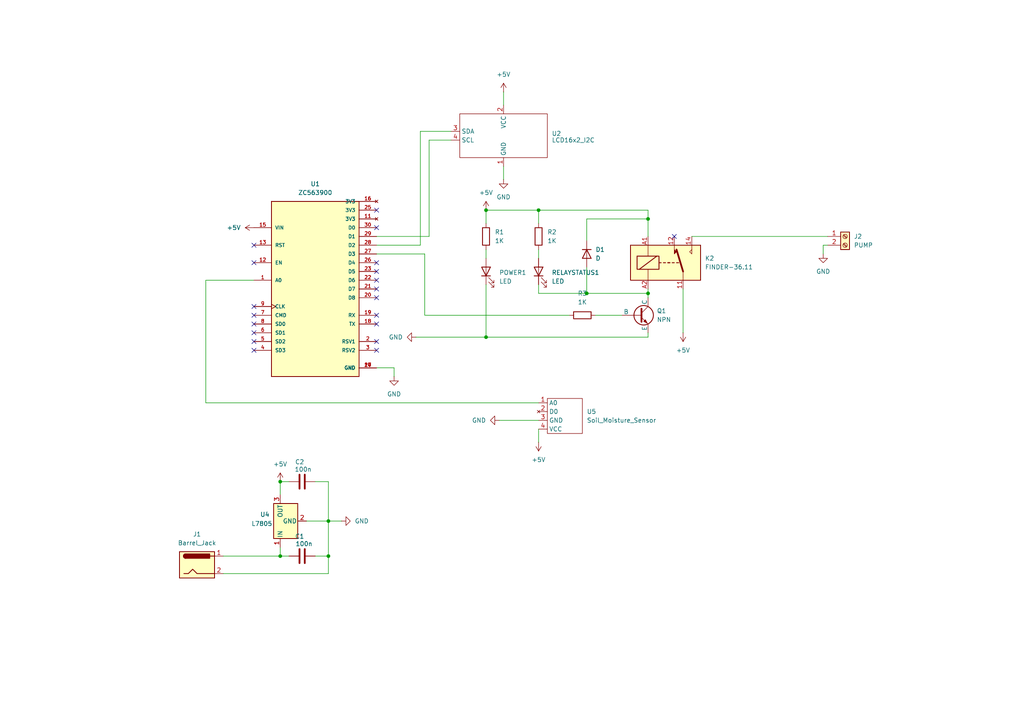
<source format=kicad_sch>
(kicad_sch (version 20250114) (generator "eeschema") (generator_version "9.0")
  (paper "A4")
  (lib_symbols
    (symbol "Connector:Barrel_Jack" (pin_names (offset 1.016))
      (property "Reference" "J" (at 0 5.334 0))
      (property "Value" "Barrel_Jack" (at 0 -5.08 0))
      (symbol "Barrel_Jack_0_1"
        (rectangle (start -5.08 3.81) (end 5.08 -3.81) (stroke (width 0.254)) (fill (type background)))
        (polyline (pts (xy -3.81 -2.54) (xy -2.54 -2.54) (xy -1.27 -1.27) (xy 0 -2.54) (xy 2.54 -2.54) (xy 5.08 -2.54)) (stroke (width 0.254)))
        (arc (start -3.302 1.905) (mid -3.9343 2.54) (end -3.302 3.175) (stroke (width 0.254)))
        (arc (start -3.302 1.905) (mid -3.9343 2.54) (end -3.302 3.175) (stroke (width 0.254)) (fill (type outline)))
        (rectangle (start 3.683 3.175) (end -3.302 1.905) (stroke (width 0.254)) (fill (type outline)))
        (polyline (pts (xy 5.08 2.54) (xy 3.81 2.54)) (stroke (width 0.254)))
      )
      (symbol "Barrel_Jack_1_1"
        (pin passive line (at 7.62 2.54 180) (length 2.54) (name "~") (number "1"))
        (pin passive line (at 7.62 -2.54 180) (length 2.54) (name "~") (number "2"))
      )
    )
    (symbol "Connector:Screw_Terminal_01x02" (pin_names (offset 1.016) (hide yes))
      (property "Reference" "J" (at 0 2.54 0))
      (property "Value" "Screw_Terminal_01x02" (at 0 -5.08 0))
      (symbol "Screw_Terminal_01x02_1_1"
        (rectangle (start -1.27 1.27) (end 1.27 -3.81) (stroke (width 0.254)) (fill (type background)))
        (polyline (pts (xy -0.5334 0.3302) (xy 0.3302 -0.508)) (stroke (width 0.1524)))
        (polyline (pts (xy -0.5334 -2.2098) (xy 0.3302 -3.048)) (stroke (width 0.1524)))
        (polyline (pts (xy -0.3556 0.508) (xy 0.508 -0.3302)) (stroke (width 0.1524)))
        (polyline (pts (xy -0.3556 -2.032) (xy 0.508 -2.8702)) (stroke (width 0.1524)))
        (circle (center 0 0) (radius 0.635) (stroke (width 0.1524)))
        (circle (center 0 -2.54) (radius 0.635) (stroke (width 0.1524)))
        (pin passive line (at -5.08 0 0) (length 3.81) (name "Pin_1") (number "1"))
        (pin passive line (at -5.08 -2.54 0) (length 3.81) (name "Pin_2") (number "2"))
      )
    )
    (symbol "Device:C" (pin_numbers (hide yes)) (pin_names (offset 0.254))
      (property "Reference" "C" (at 0.635 2.54 0))
      (property "Value" "C" (at 0.635 -2.54 0))
      (symbol "C_0_1"
        (polyline (pts (xy -2.032 0.762) (xy 2.032 0.762)) (stroke (width 0.508)))
        (polyline (pts (xy -2.032 -0.762) (xy 2.032 -0.762)) (stroke (width 0.508)))
      )
      (symbol "C_1_1"
        (pin passive line (at 0 3.81 270) (length 2.794) (name "~") (number "1"))
        (pin passive line (at 0 -3.81 90) (length 2.794) (name "~") (number "2"))
      )
    )
    (symbol "Device:D" (pin_numbers (hide yes)) (pin_names (offset 1.016) (hide yes))
      (property "Reference" "D" (at 0 2.54 0))
      (property "Value" "D" (at 0 -2.54 0))
      (symbol "D_0_1"
        (polyline (pts (xy -1.27 1.27) (xy -1.27 -1.27)) (stroke (width 0.254)))
        (polyline (pts (xy 1.27 1.27) (xy 1.27 -1.27) (xy -1.27 0) (xy 1.27 1.27)) (stroke (width 0.254)))
        (polyline (pts (xy 1.27 0) (xy -1.27 0)))
      )
      (symbol "D_1_1"
        (pin passive line (at -3.81 0 0) (length 2.54) (name "K") (number "1"))
        (pin passive line (at 3.81 0 180) (length 2.54) (name "A") (number "2"))
      )
    )
    (symbol "Device:LED" (pin_numbers (hide yes)) (pin_names (offset 1.016) (hide yes))
      (property "Reference" "D" (at 0 2.54 0))
      (property "Value" "LED" (at 0 -2.54 0))
      (symbol "LED_0_1"
        (polyline (pts (xy -3.048 -0.762) (xy -4.572 -2.286) (xy -3.81 -2.286) (xy -4.572 -2.286) (xy -4.572 -1.524)))
        (polyline (pts (xy -1.778 -0.762) (xy -3.302 -2.286) (xy -2.54 -2.286) (xy -3.302 -2.286) (xy -3.302 -1.524)))
        (polyline (pts (xy -1.27 0) (xy 1.27 0)))
        (polyline (pts (xy -1.27 -1.27) (xy -1.27 1.27)) (stroke (width 0.254)))
        (polyline (pts (xy 1.27 -1.27) (xy 1.27 1.27) (xy -1.27 0) (xy 1.27 -1.27)) (stroke (width 0.254)))
      )
      (symbol "LED_1_1"
        (pin passive line (at -3.81 0 0) (length 2.54) (name "K") (number "1"))
        (pin passive line (at 3.81 0 180) (length 2.54) (name "A") (number "2"))
      )
    )
    (symbol "Device:R" (pin_numbers (hide yes)) (pin_names (offset 0))
      (property "Reference" "R" (at 2.032 0 90))
      (property "Value" "R" (at 0 0 90))
      (symbol "R_0_1"
        (rectangle (start -1.016 -2.54) (end 1.016 2.54) (stroke (width 0.254)))
      )
      (symbol "R_1_1"
        (pin passive line (at 0 3.81 270) (length 1.27) (name "~") (number "1"))
        (pin passive line (at 0 -3.81 90) (length 1.27) (name "~") (number "2"))
      )
    )
    (symbol "LCD_16x2:LCD16x2"
      (property "Reference" "U" (at 0 0 0))
      (property "Value" "LCD16x2_I2C" (at 19.304 0 0))
      (symbol "LCD16x2_0_1"
        (rectangle (start -12.7 6.35) (end 12.7 -6.35))
      )
      (symbol "LCD16x2_1_1"
        (pin bidirectional line (at -15.24 1.27 0) (length 2.54) (name "SDA") (number "3"))
        (pin input line (at -15.24 -1.27 0) (length 2.54) (name "SCL") (number "4"))
        (pin power_in line (at 0 8.89 270) (length 2.54) (name "VCC") (number "2"))
        (pin power_in line (at 0 -8.89 90) (length 2.54) (name "GND") (number "1"))
      )
    )
    (symbol "Regulator_Linear:L7805" (pin_names (offset 0.254))
      (property "Reference" "U" (at -3.81 3.175 0))
      (property "Value" "L7805" (at 0 3.175 0))
      (symbol "L7805_0_1"
        (rectangle (start -5.08 1.905) (end 5.08 -5.08) (stroke (width 0.254)) (fill (type background)))
      )
      (symbol "L7805_1_1"
        (pin power_in line (at -7.62 0 0) (length 2.54) (name "IN") (number "1"))
        (pin power_in line (at 0 -7.62 90) (length 2.54) (name "GND") (number "2"))
        (pin power_out line (at 7.62 0 180) (length 2.54) (name "OUT") (number "3"))
      )
    )
    (symbol "Relay:FINDER-36.11"
      (property "Reference" "K" (at 11.43 3.81 0))
      (property "Value" "FINDER-36.11" (at 11.43 1.27 0))
      (symbol "FINDER-36.11_0_0"
        (polyline (pts (xy 2.54 3.81) (xy 2.54 5.08)))
        (polyline (pts (xy 7.62 3.81) (xy 7.62 5.08)))
        (polyline (pts (xy 7.62 3.81) (xy 7.62 2.54) (xy 6.985 3.175) (xy 7.62 3.81)))
      )
      (symbol "FINDER-36.11_0_1"
        (rectangle (start -10.16 5.08) (end 10.16 -5.08) (stroke (width 0.254)) (fill (type background)))
        (rectangle (start -8.255 1.905) (end -1.905 -1.905) (stroke (width 0.254)))
        (polyline (pts (xy -7.62 -1.905) (xy -2.54 1.905)) (stroke (width 0.254)))
        (polyline (pts (xy -5.08 5.08) (xy -5.08 1.905)))
        (polyline (pts (xy -5.08 -5.08) (xy -5.08 -1.905)))
        (polyline (pts (xy -1.905 0) (xy -1.27 0)) (stroke (width 0.254)))
        (polyline (pts (xy -0.635 0) (xy 0 0)) (stroke (width 0.254)))
        (polyline (pts (xy 0.635 0) (xy 1.27 0)) (stroke (width 0.254)))
        (polyline (pts (xy 0.635 0) (xy 1.27 0)) (stroke (width 0.254)))
        (polyline (pts (xy 1.905 0) (xy 2.54 0)) (stroke (width 0.254)))
        (polyline (pts (xy 2.54 2.54) (xy 2.54 3.81) (xy 2.54 2.54) (xy 2.54 2.54) (xy 3.175 3.175) (xy 2.54 3.81)) (fill (type outline)))
        (polyline (pts (xy 3.175 0) (xy 3.81 0)) (stroke (width 0.254)))
        (polyline (pts (xy 5.08 -2.54) (xy 3.175 3.81)) (stroke (width 0.508)))
        (polyline (pts (xy 5.08 -2.54) (xy 5.08 -5.08)))
      )
      (symbol "FINDER-36.11_1_1"
        (pin passive line (at -5.08 7.62 270) (length 2.54) (name "~") (number "A1"))
        (pin passive line (at -5.08 -7.62 90) (length 2.54) (name "~") (number "A2"))
        (pin passive line (at 2.54 7.62 270) (length 2.54) (name "~") (number "12"))
        (pin passive line (at 5.08 -7.62 90) (length 2.54) (name "~") (number "11"))
        (pin passive line (at 7.62 7.62 270) (length 2.54) (name "~") (number "14"))
      )
    )
    (symbol "Simulation_SPICE:NPN" (pin_numbers (hide yes)) (pin_names (offset 0))
      (property "Reference" "Q" (at -2.54 7.62 0))
      (property "Value" "NPN" (at -2.54 5.08 0))
      (symbol "NPN_0_1"
        (polyline (pts (xy -2.54 0) (xy 0.635 0)) (stroke (width 0.1524)))
        (polyline (pts (xy 0.635 1.905) (xy 0.635 -1.905) (xy 0.635 -1.905)) (stroke (width 0.508)))
        (polyline (pts (xy 0.635 0.635) (xy 2.54 2.54)))
        (polyline (pts (xy 0.635 -0.635) (xy 2.54 -2.54) (xy 2.54 -2.54)))
        (circle (center 1.27 0) (radius 2.8194) (stroke (width 0.254)))
        (polyline (pts (xy 1.27 -1.778) (xy 1.778 -1.27) (xy 2.286 -2.286) (xy 1.27 -1.778) (xy 1.27 -1.778)) (fill (type outline)))
        (polyline (pts (xy 2.794 -1.27) (xy 2.794 -1.27)) (stroke (width 0.1524)))
        (polyline (pts (xy 2.794 -1.27) (xy 2.794 -1.27)) (stroke (width 0.1524)))
      )
      (symbol "NPN_1_1"
        (pin input line (at -5.08 0 0) (length 2.54) (name "B") (number "2"))
        (pin open_collector line (at 2.54 5.08 270) (length 2.54) (name "C") (number "1"))
        (pin open_emitter line (at 2.54 -5.08 90) (length 2.54) (name "E") (number "3"))
      )
    )
    (symbol "Soil_Moisture_Sensor:Soil_Moisture"
      (property "Reference" "U" (at 3.048 0 0))
      (property "Value" "Soil_Moisture_Sensor" (at 18.542 0.254 0))
      (symbol "Soil_Moisture_0_1"
        (rectangle (start -2.54 5.08) (end 7.62 -5.08))
      )
      (symbol "Soil_Moisture_1_1"
        (pin output line (at -5.08 3.81 0) (length 2.54) (name "A0") (number "1"))
        (pin no_connect line (at -5.08 1.27 0) (length 2.54) (name "D0") (number "2"))
        (pin power_in line (at -5.08 -1.27 0) (length 2.54) (name "GND") (number "3"))
        (pin power_in line (at -5.08 -3.81 0) (length 2.54) (name "VCC") (number "4"))
      )
    )
    (symbol "ZC563900:ZC563900" (pin_names (offset 1.016))
      (property "Reference" "U1" (at 0 30.48 0))
      (property "Value" "ZC563900" (at 0 27.94 0))
      (symbol "ZC563900_0_0"
        (rectangle (start -12.7 -25.4) (end 12.7 25.4) (stroke (width 0.254)) (fill (type background)))
        (pin input line (at -17.78 17.78 0) (length 5.08) (name "VIN") (number "15"))
        (pin input line (at -17.78 12.7 0) (length 5.08) (name "RST") (number "13"))
        (pin input line (at -17.78 7.62 0) (length 5.08) (name "EN") (number "12"))
        (pin input line (at -17.78 2.54 0) (length 5.08) (name "A0") (number "1"))
        (pin input clock (at -17.78 -5.08 0) (length 5.08) (name "CLK") (number "9"))
        (pin input line (at -17.78 -7.62 0) (length 5.08) (name "CMD") (number "7"))
        (pin bidirectional line (at -17.78 -10.16 0) (length 5.08) (name "SD0") (number "8"))
        (pin bidirectional line (at -17.78 -12.7 0) (length 5.08) (name "SD1") (number "6"))
        (pin bidirectional line (at -17.78 -15.24 0) (length 5.08) (name "SD2") (number "5"))
        (pin bidirectional line (at -17.78 -17.78 0) (length 5.08) (name "SD3") (number "4"))
        (pin power_in line (at 17.78 22.86 180) (length 5.08) (name "3V3") (number "25"))
        (pin bidirectional line (at 17.78 17.78 180) (length 5.08) (name "D0") (number "30"))
        (pin bidirectional line (at 17.78 15.24 180) (length 5.08) (name "D1") (number "29"))
        (pin bidirectional line (at 17.78 12.7 180) (length 5.08) (name "D2") (number "28"))
        (pin bidirectional line (at 17.78 10.16 180) (length 5.08) (name "D3") (number "27"))
        (pin bidirectional line (at 17.78 7.62 180) (length 5.08) (name "D4") (number "26"))
        (pin bidirectional line (at 17.78 5.08 180) (length 5.08) (name "D5") (number "23"))
        (pin bidirectional line (at 17.78 2.54 180) (length 5.08) (name "D6") (number "22"))
        (pin bidirectional line (at 17.78 0 180) (length 5.08) (name "D7") (number "21"))
        (pin bidirectional line (at 17.78 -2.54 180) (length 5.08) (name "D8") (number "20"))
        (pin bidirectional line (at 17.78 -7.62 180) (length 5.08) (name "RX") (number "19"))
        (pin bidirectional line (at 17.78 -10.16 180) (length 5.08) (name "TX") (number "18"))
        (pin passive line (at 17.78 -15.24 180) (length 5.08) (name "RSV1") (number "2"))
        (pin passive line (at 17.78 -17.78 180) (length 5.08) (name "RSV2") (number "3"))
        (pin power_in line (at 17.78 -22.86 180) (length 5.08) (name "GND") (number "10"))
        (pin power_in line (at 17.78 -22.86 180) (length 5.08) (name "GND") (number "14"))
        (pin power_in line (at 17.78 -22.86 180) (length 5.08) (name "GND") (number "17"))
        (pin power_in line (at 17.78 -22.86 180) (length 5.08) (name "GND") (number "24"))
      )
      (symbol "ZC563900_1_0"
        (pin no_connect line (at 17.78 25.4 180) (length 5.08) (name "3V3") (number "16"))
        (pin no_connect line (at 17.78 20.32 180) (length 5.08) (name "3V3") (number "11"))
      )
    )
    (symbol "power:+5V" (power) (pin_numbers (hide yes)) (pin_names (offset 0) (hide yes))
      (property "Value" "+5V" (at 0 3.556 0))
      (symbol "+5V_0_1"
        (polyline (pts (xy -0.762 1.27) (xy 0 2.54)))
        (polyline (pts (xy 0 2.54) (xy 0.762 1.27)))
        (polyline (pts (xy 0 0) (xy 0 2.54)))
      )
      (symbol "+5V_1_1"
        (pin power_in line (at 0 0 90) (length 0) (name "~") (number "1"))
      )
    )
    (symbol "power:GND" (power) (pin_numbers (hide yes)) (pin_names (offset 0) (hide yes))
      (property "Value" "GND" (at 0 -3.81 0))
      (symbol "GND_0_1"
        (polyline (pts (xy 0 0) (xy 0 -1.27) (xy 1.27 -1.27) (xy 0 -2.54) (xy -1.27 -1.27) (xy 0 -1.27)))
      )
      (symbol "GND_1_1"
        (pin power_in line (at 0 0 270) (length 0) (name "~") (number "1"))
      )
    )
  )
  (junction (at 95.25 151.13))
  (junction (at 170.18 85.09))
  (junction (at 140.97 97.79))
  (junction (at 187.96 85.09))
  (junction (at 95.25 161.29))
  (junction (at 81.28 161.29))
  (junction (at 156.21 60.96))
  (junction (at 140.97 60.96))
  (junction (at 187.96 63.5))
  (junction (at 81.28 139.7))
  (no_connect (at 109.22 91.44))
  (no_connect (at 109.22 60.96))
  (no_connect (at 109.22 86.36))
  (no_connect (at 73.66 76.2))
  (no_connect (at 109.22 78.74))
  (no_connect (at 195.58 68.58))
  (no_connect (at 73.66 101.6))
  (no_connect (at 109.22 76.2))
  (no_connect (at 109.22 93.98))
  (no_connect (at 73.66 99.06))
  (no_connect (at 109.22 81.28))
  (no_connect (at 73.66 96.52))
  (no_connect (at 73.66 91.44))
  (no_connect (at 109.22 66.04))
  (no_connect (at 73.66 71.12))
  (no_connect (at 109.22 101.6))
  (no_connect (at 109.22 83.82))
  (no_connect (at 73.66 88.9))
  (no_connect (at 73.66 93.98))
  (no_connect (at 109.22 99.06))
  (wire (pts (xy 140.97 60.96) (xy 156.21 60.96)))
  (wire (pts (xy 95.25 139.7) (xy 95.25 151.13)))
  (wire (pts (xy 156.21 124.46) (xy 156.21 128.27)))
  (wire (pts (xy 81.28 161.29) (xy 81.28 158.75)))
  (wire (pts (xy 124.46 68.58) (xy 109.22 68.58)))
  (wire (pts (xy 124.46 40.64) (xy 124.46 68.58)))
  (wire (pts (xy 59.69 116.84) (xy 59.69 81.28)))
  (wire (pts (xy 146.05 48.26) (xy 146.05 52.07)))
  (wire (pts (xy 140.97 82.55) (xy 140.97 97.79)))
  (wire (pts (xy 123.19 91.44) (xy 165.1 91.44)))
  (wire (pts (xy 156.21 85.09) (xy 170.18 85.09)))
  (wire (pts (xy 59.69 81.28) (xy 73.66 81.28)))
  (wire (pts (xy 123.19 73.66) (xy 109.22 73.66)))
  (wire (pts (xy 140.97 97.79) (xy 187.96 97.79)))
  (wire (pts (xy 123.19 73.66) (xy 123.19 91.44)))
  (wire (pts (xy 170.18 63.5) (xy 170.18 69.85)))
  (wire (pts (xy 130.81 40.64) (xy 124.46 40.64)))
  (wire (pts (xy 156.21 60.96) (xy 187.96 60.96)))
  (wire (pts (xy 130.81 38.1) (xy 121.92 38.1)))
  (wire (pts (xy 140.97 64.77) (xy 140.97 60.96)))
  (wire (pts (xy 81.28 161.29) (xy 83.82 161.29)))
  (wire (pts (xy 95.25 161.29) (xy 95.25 151.13)))
  (wire (pts (xy 156.21 72.39) (xy 156.21 74.93)))
  (wire (pts (xy 95.25 166.37) (xy 95.25 161.29)))
  (wire (pts (xy 240.03 71.12) (xy 238.76 71.12)))
  (wire (pts (xy 187.96 83.82) (xy 187.96 85.09)))
  (wire (pts (xy 238.76 71.12) (xy 238.76 73.66)))
  (wire (pts (xy 156.21 82.55) (xy 156.21 85.09)))
  (wire (pts (xy 120.65 97.79) (xy 140.97 97.79)))
  (wire (pts (xy 64.77 161.29) (xy 81.28 161.29)))
  (wire (pts (xy 81.28 139.7) (xy 83.82 139.7)))
  (wire (pts (xy 187.96 68.58) (xy 187.96 63.5)))
  (wire (pts (xy 121.92 38.1) (xy 121.92 71.12)))
  (wire (pts (xy 187.96 85.09) (xy 187.96 86.36)))
  (wire (pts (xy 144.78 121.92) (xy 156.21 121.92)))
  (wire (pts (xy 187.96 85.09) (xy 170.18 85.09)))
  (wire (pts (xy 198.12 83.82) (xy 198.12 96.52)))
  (wire (pts (xy 81.28 143.51) (xy 81.28 139.7)))
  (wire (pts (xy 114.3 106.68) (xy 109.22 106.68)))
  (wire (pts (xy 146.05 26.67) (xy 146.05 30.48)))
  (wire (pts (xy 187.96 97.79) (xy 187.96 96.52)))
  (wire (pts (xy 114.3 109.22) (xy 114.3 106.68)))
  (wire (pts (xy 200.66 68.58) (xy 240.03 68.58)))
  (wire (pts (xy 91.44 161.29) (xy 95.25 161.29)))
  (wire (pts (xy 91.44 139.7) (xy 95.25 139.7)))
  (wire (pts (xy 121.92 71.12) (xy 109.22 71.12)))
  (wire (pts (xy 187.96 60.96) (xy 187.96 63.5)))
  (wire (pts (xy 156.21 64.77) (xy 156.21 60.96)))
  (wire (pts (xy 88.9 151.13) (xy 95.25 151.13)))
  (wire (pts (xy 95.25 151.13) (xy 99.06 151.13)))
  (wire (pts (xy 170.18 85.09) (xy 170.18 77.47)))
  (wire (pts (xy 140.97 72.39) (xy 140.97 74.93)))
  (wire (pts (xy 187.96 63.5) (xy 170.18 63.5)))
  (wire (pts (xy 64.77 166.37) (xy 95.25 166.37)))
  (wire (pts (xy 156.21 116.84) (xy 59.69 116.84)))
  (wire (pts (xy 172.72 91.44) (xy 180.34 91.44)))
  (symbol (lib_id "power:GND") (at 238.76 73.66 0) (unit 1)
    (property "Reference" "#PWR09" (effects (hide yes)))
    (property "Value" "GND" (at 238.76 78.74 0))
    (property "Description" "Power symbol creates a global label with name \"GND\" , ground" (effects (hide yes)))
  )
  (symbol (lib_id "ZC563900:ZC563900") (at 91.44 83.82 0) (unit 1)
    (property "Reference" "U1" (at 91.44 53.34 0))
    (property "Value" "ZC563900" (at 91.44 55.88 0))
    (property "Footprint" "ZC563900:MODULE_ZC563900" (effects (hide yes)))
    (property "MF" "YKS" (effects (hide yes)))
    (property "MAXIMUM_PACKAGE_HEIGHT" "N/A" (effects (hide yes)))
    (property "Package" "None" (effects (hide yes)))
    (property "Price" "None" (effects (hide yes)))
    (property "Check_prices" "https://www.snapeda.com/parts/ZC563900/YKS/view-part/?ref=eda" (effects (hide yes)))
    (property "STANDARD" "Manufacturer Recommendations" (effects (hide yes)))
    (property "PARTREV" "1.0" (effects (hide yes)))
    (property "SnapEDA_Link" "https://www.snapeda.com/parts/ZC563900/YKS/view-part/?ref=snap" (effects (hide yes)))
    (property "MP" "ZC563900" (effects (hide yes)))
    (property "Description_1" "NodeMcu Lua ESP8266 WIFI Internet of Things Network Development Module Board" (effects (hide yes)))
    (property "Availability" "Not in stock" (effects (hide yes)))
    (property "MANUFACTURER" "YKS" (effects (hide yes)))
  )
  (symbol (lib_id "power:+5V") (at 198.12 96.52 180) (unit 1)
    (property "Reference" "#PWR08" (effects (hide yes)))
    (property "Value" "+5V" (at 198.12 101.6 0))
    (property "Description" "Power symbol creates a global label with name \"+5V\"" (effects (hide yes)))
  )
  (symbol (lib_id "Device:C") (at 87.63 139.7 90) (unit 1)
    (property "Reference" "C2" (at 88.2649 133.985 90) (effects (justify left)))
    (property "Value" "100n" (at 90.424 136.144 90) (effects (justify left)))
    (property "Footprint" "Capacitor_THT:CP_Radial_D4.0mm_P1.50mm" (effects (hide yes)))
    (property "Description" "Unpolarized capacitor" (effects (hide yes)))
  )
  (symbol (lib_id "Device:R") (at 156.21 68.58 0) (unit 1)
    (property "Reference" "R2" (at 158.75 67.3099 0) (effects (justify left)))
    (property "Value" "1K" (at 158.75 69.8499 0) (effects (justify left)))
    (property "Footprint" "Resistor_THT:R_Axial_DIN0204_L3.6mm_D1.6mm_P5.08mm_Horizontal" (effects (hide yes)))
    (property "Description" "Resistor" (effects (hide yes)))
  )
  (symbol (lib_id "Device:R") (at 168.91 91.44 90) (unit 1)
    (property "Reference" "R3" (at 168.91 85.09 90))
    (property "Value" "1K" (at 168.91 87.63 90))
    (property "Footprint" "Resistor_THT:R_Axial_DIN0204_L3.6mm_D1.6mm_P5.08mm_Horizontal" (effects (hide yes)))
    (property "Description" "Resistor" (effects (hide yes)))
  )
  (symbol (lib_id "Soil_Moisture_Sensor:Soil_Moisture") (at 161.29 120.65 0) (unit 1)
    (property "Reference" "U5" (at 170.18 119.3799 0) (effects (justify left)))
    (property "Value" "Soil_Moisture_Sensor" (at 170.18 121.9199 0) (effects (justify left)))
    (property "Footprint" "Soil_Moisture_Sensor:Soil_Moisture_Sensor" (effects (hide yes)))
  )
  (symbol (lib_id "power:+5V") (at 140.97 60.96 0) (unit 1)
    (property "Reference" "#PWR012" (effects (hide yes)))
    (property "Value" "+5V" (at 140.97 55.88 0))
    (property "Description" "Power symbol creates a global label with name \"+5V\"" (effects (hide yes)))
  )
  (symbol (lib_id "Device:LED") (at 140.97 78.74 90) (unit 1)
    (property "Reference" "POWER1" (at 144.78 79.0574 90) (effects (justify right)))
    (property "Value" "LED" (at 144.78 81.5974 90) (effects (justify right)))
    (property "Footprint" "LED_THT:LED_D3.0mm" (effects (hide yes)))
    (property "Description" "Light emitting diode" (effects (hide yes)))
    (property "Sim.Pins" "1=K 2=A" (effects (hide yes)))
  )
  (symbol (lib_id "power:+5V") (at 81.28 139.7 0) (unit 1)
    (property "Reference" "#PWR02" (effects (hide yes)))
    (property "Value" "+5V" (at 81.28 134.62 0))
    (property "Description" "Power symbol creates a global label with name \"+5V\"" (effects (hide yes)))
  )
  (symbol (lib_id "power:GND") (at 144.78 121.92 270) (unit 1)
    (property "Reference" "#PWR06" (effects (hide yes)))
    (property "Value" "GND" (at 140.97 121.9199 90) (effects (justify right)))
    (property "Description" "Power symbol creates a global label with name \"GND\" , ground" (effects (hide yes)))
  )
  (symbol (lib_id "Regulator_Linear:L7805") (at 81.28 151.13 90) (unit 1)
    (property "Reference" "U4" (at 76.835 149.225 90))
    (property "Value" "L7805" (at 75.946 151.892 90))
    (property "Footprint" "Package_TO_SOT_THT:TO-220-3_Vertical" (effects (hide yes)))
    (property "Datasheet" "http://www.st.com/content/ccc/resource/technical/document/datasheet/41/4f/b3/b0/12/d4/47/88/CD00000444.pdf/files/CD00000444.pdf/jcr:content/translations/en.CD00000444.pdf" (effects (hide yes)))
    (property "Description" "Positive 1.5A 35V Linear Regulator, Fixed Output 5V, TO-220/TO-263/TO-252" (effects (hide yes)))
  )
  (symbol (lib_id "power:GND") (at 120.65 97.79 270) (unit 1)
    (property "Reference" "#PWR010" (effects (hide yes)))
    (property "Value" "GND" (at 116.84 97.7899 90) (effects (justify right)))
    (property "Description" "Power symbol creates a global label with name \"GND\" , ground" (effects (hide yes)))
  )
  (symbol (lib_id "Connector:Barrel_Jack") (at 57.15 163.83 0) (unit 1)
    (property "Reference" "J1" (at 57.15 154.94 0))
    (property "Value" "Barrel_Jack" (at 57.15 157.48 0))
    (property "Footprint" "Connector_BarrelJack:BarrelJack_Horizontal" (effects (hide yes)))
    (property "Description" "DC Barrel Jack" (effects (hide yes)))
  )
  (symbol (lib_id "Relay:FINDER-36.11") (at 193.04 76.2 0) (unit 1)
    (property "Reference" "K2" (at 204.47 74.9299 0) (effects (justify left)))
    (property "Value" "FINDER-36.11" (at 204.47 77.4699 0) (effects (justify left)))
    (property "Footprint" "Relay_THT:Relay_SPDT_Finder_36.11" (effects (hide yes)))
    (property "Datasheet" "https://gfinder.findernet.com/public/attachments/36/EN/S36EN.pdf" (effects (hide yes)))
    (property "Description" "FINDER 36.11, SPDT relay, 10A" (effects (hide yes)))
  )
  (symbol (lib_id "power:GND") (at 114.3 109.22 0) (mirror y) (unit 1)
    (property "Reference" "#PWR011" (effects (hide yes)))
    (property "Value" "GND" (at 114.3 114.3 0))
    (property "Description" "Power symbol creates a global label with name \"GND\" , ground" (effects (hide yes)))
  )
  (symbol (lib_id "power:GND") (at 146.05 52.07 0) (unit 1)
    (property "Reference" "#PWR05" (effects (hide yes)))
    (property "Value" "GND" (at 146.05 57.15 0))
    (property "Description" "Power symbol creates a global label with name \"GND\" , ground" (effects (hide yes)))
  )
  (symbol (lib_id "LCD_16x2:LCD16x2") (at 146.05 39.37 0) (unit 1)
    (property "Reference" "U2" (at 160.02 38.7349 0) (effects (justify left)))
    (property "Value" "LCD16x2_I2C" (at 160.02 40.64 0) (effects (justify left)))
    (property "Footprint" "LCD16x2_I2C:LCD16x2_I2C" (effects (hide yes)))
  )
  (symbol (lib_id "Simulation_SPICE:NPN") (at 185.42 91.44 0) (unit 1)
    (property "Reference" "Q1" (at 190.5 90.1699 0) (effects (justify left)))
    (property "Value" "NPN" (at 190.5 92.7099 0) (effects (justify left)))
    (property "Footprint" "Package_TO_SOT_THT:TO-92_Inline" (effects (hide yes)))
    (property "Datasheet" "https://ngspice.sourceforge.io/docs/ngspice-html-manual/manual.xhtml#cha_BJTs" (effects (hide yes)))
    (property "Description" "Bipolar transistor symbol for simulation only, substrate tied to the emitter" (effects (hide yes)))
    (property "Sim.Device" "NPN" (effects (hide yes)))
    (property "Sim.Type" "GUMMELPOON" (effects (hide yes)))
    (property "Sim.Pins" "1=C 2=B 3=E" (effects (hide yes)))
  )
  (symbol (lib_id "Device:D") (at 170.18 73.66 270) (unit 1)
    (property "Reference" "D1" (at 172.72 72.3899 90) (effects (justify left)))
    (property "Value" "D" (at 172.72 74.9299 90) (effects (justify left)))
    (property "Footprint" "Diode_THT:D_A-405_P7.62mm_Horizontal" (effects (hide yes)))
    (property "Description" "Diode" (effects (hide yes)))
    (property "Sim.Device" "D" (effects (hide yes)))
    (property "Sim.Pins" "1=K 2=A" (effects (hide yes)))
  )
  (symbol (lib_id "power:+5V") (at 156.21 128.27 180) (unit 1)
    (property "Reference" "#PWR07" (effects (hide yes)))
    (property "Value" "+5V" (at 156.21 133.35 0))
    (property "Description" "Power symbol creates a global label with name \"+5V\"" (effects (hide yes)))
  )
  (symbol (lib_id "power:GND") (at 99.06 151.13 90) (unit 1)
    (property "Reference" "#PWR03" (effects (hide yes)))
    (property "Value" "GND" (at 102.87 151.1299 90) (effects (justify right)))
    (property "Description" "Power symbol creates a global label with name \"GND\" , ground" (effects (hide yes)))
  )
  (symbol (lib_id "power:+5V") (at 73.66 66.04 90) (unit 1)
    (property "Reference" "#PWR01" (effects (hide yes)))
    (property "Value" "+5V" (at 69.85 66.0399 90) (effects (justify left)))
    (property "Description" "Power symbol creates a global label with name \"+5V\"" (effects (hide yes)))
  )
  (symbol (lib_id "Device:C") (at 87.63 161.29 90) (unit 1)
    (property "Reference" "C1" (at 88.2649 155.575 90) (effects (justify left)))
    (property "Value" "100n" (at 90.678 157.734 90) (effects (justify left)))
    (property "Footprint" "Capacitor_THT:CP_Radial_D4.0mm_P1.50mm" (effects (hide yes)))
    (property "Description" "Unpolarized capacitor" (effects (hide yes)))
  )
  (symbol (lib_id "Device:LED") (at 156.21 78.74 90) (unit 1)
    (property "Reference" "RELAYSTATUS1" (at 160.02 79.0574 90) (effects (justify right)))
    (property "Value" "LED" (at 160.02 81.5974 90) (effects (justify right)))
    (property "Footprint" "LED_THT:LED_D3.0mm" (effects (hide yes)))
    (property "Description" "Light emitting diode" (effects (hide yes)))
    (property "Sim.Pins" "1=K 2=A" (effects (hide yes)))
  )
  (symbol (lib_id "Device:R") (at 140.97 68.58 0) (unit 1)
    (property "Reference" "R1" (at 143.51 67.3099 0) (effects (justify left)))
    (property "Value" "1K" (at 143.51 69.8499 0) (effects (justify left)))
    (property "Footprint" "Resistor_THT:R_Axial_DIN0204_L3.6mm_D1.6mm_P5.08mm_Horizontal" (effects (hide yes)))
    (property "Description" "Resistor" (effects (hide yes)))
  )
  (symbol (lib_id "Connector:Screw_Terminal_01x02") (at 245.11 68.58 0) (unit 1)
    (property "Reference" "J2" (at 247.65 68.5799 0) (effects (justify left)))
    (property "Value" "PUMP" (at 247.65 71.1199 0) (effects (justify left)))
    (property "Footprint" "TerminalBlock_Phoenix:TerminalBlock_Phoenix_MKDS-1,5-2-5.08_1x02_P5.08mm_Horizontal" (effects (hide yes)))
    (property "Description" "Generic screw terminal, single row, 01x02, script generated (kicad-library-utils/schlib/autogen/connector/)" (effects (hide yes)))
  )
  (symbol (lib_id "power:+5V") (at 146.05 26.67 0) (unit 1)
    (property "Reference" "#PWR04" (effects (hide yes)))
    (property "Value" "+5V" (at 146.05 21.59 0))
    (property "Description" "Power symbol creates a global label with name \"+5V\"" (effects (hide yes)))
  )
)
</source>
